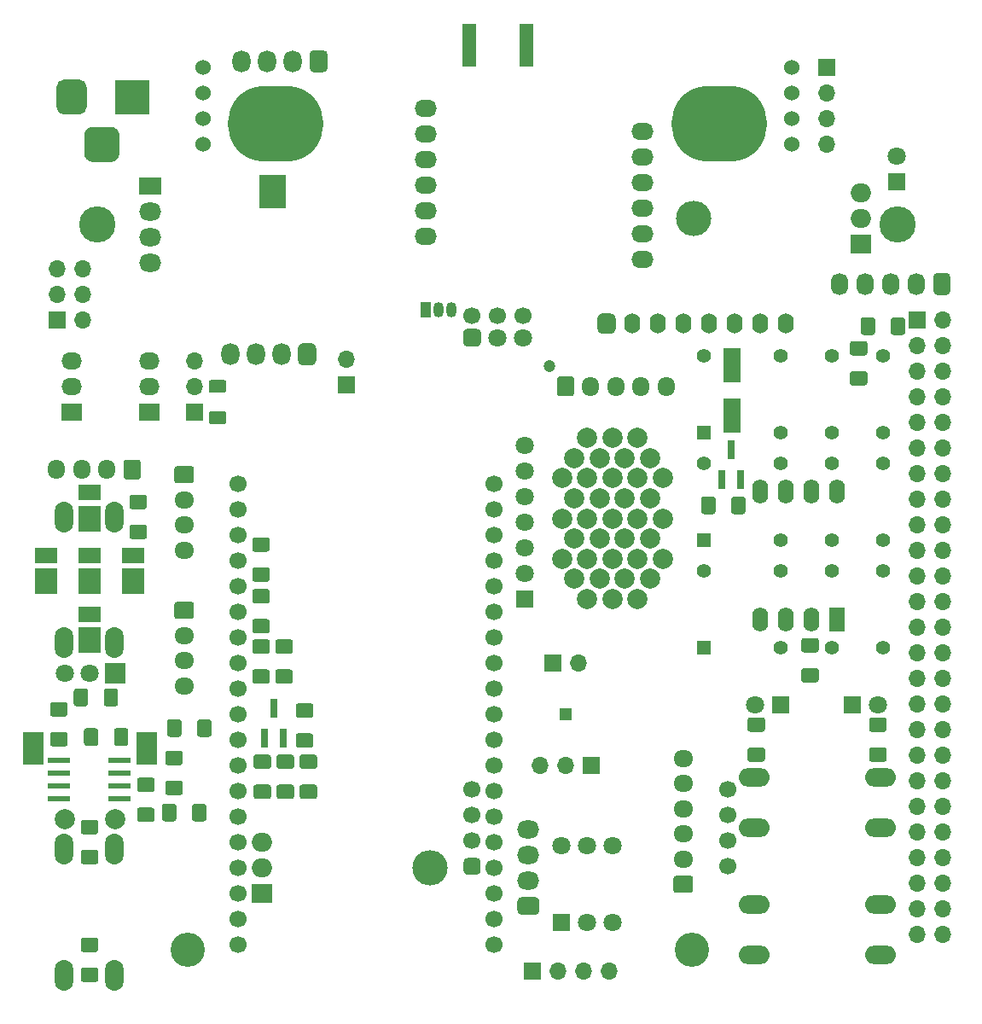
<source format=gbs>
G04 #@! TF.GenerationSoftware,KiCad,Pcbnew,(5.1.8)-1*
G04 #@! TF.CreationDate,2021-05-03T11:48:02+02:00*
G04 #@! TF.ProjectId,labAThome,6c616241-5468-46f6-9d65-2e6b69636164,rev?*
G04 #@! TF.SameCoordinates,Original*
G04 #@! TF.FileFunction,Soldermask,Bot*
G04 #@! TF.FilePolarity,Negative*
%FSLAX46Y46*%
G04 Gerber Fmt 4.6, Leading zero omitted, Abs format (unit mm)*
G04 Created by KiCad (PCBNEW (5.1.8)-1) date 2021-05-03 11:48:02*
%MOMM*%
%LPD*%
G01*
G04 APERTURE LIST*
%ADD10O,1.800000X2.200000*%
%ADD11R,1.050000X1.500000*%
%ADD12O,1.050000X1.500000*%
%ADD13R,1.230000X1.230000*%
%ADD14O,1.600000X2.000000*%
%ADD15O,1.700000X2.200000*%
%ADD16O,1.700000X1.700000*%
%ADD17R,1.700000X1.700000*%
%ADD18C,0.100000*%
%ADD19C,1.700000*%
%ADD20R,0.800000X1.900000*%
%ADD21O,2.030000X1.730000*%
%ADD22R,2.030000X1.730000*%
%ADD23R,1.800000X1.800000*%
%ADD24C,1.800000*%
%ADD25O,1.600000X2.400000*%
%ADD26R,1.600000X2.400000*%
%ADD27C,3.400000*%
%ADD28O,1.950000X1.700000*%
%ADD29R,2.200000X0.600000*%
%ADD30O,2.000000X1.905000*%
%ADD31R,2.000000X1.905000*%
%ADD32O,3.500000X3.500000*%
%ADD33R,2.200000X1.550000*%
%ADD34R,2.200000X2.500000*%
%ADD35O,2.200000X1.700000*%
%ADD36C,2.000000*%
%ADD37R,1.350000X4.200000*%
%ADD38C,1.524000*%
%ADD39R,1.800000X3.500000*%
%ADD40C,1.200000*%
%ADD41O,1.700000X1.950000*%
%ADD42O,2.200000X1.800000*%
%ADD43R,2.000000X2.000000*%
%ADD44R,2.000000X3.200000*%
%ADD45C,1.400000*%
%ADD46R,1.400000X1.400000*%
%ADD47O,3.048000X1.850000*%
%ADD48C,3.600000*%
%ADD49O,9.500000X7.500000*%
%ADD50O,1.850000X3.048000*%
%ADD51R,2.200000X1.800000*%
%ADD52R,3.500000X3.500000*%
G04 APERTURE END LIST*
D10*
X53467000Y-63373000D03*
X56007000Y-63373000D03*
X58547000Y-63373000D03*
G36*
G01*
X60637000Y-62273000D02*
X61537000Y-62273000D01*
G75*
G02*
X61987000Y-62723000I0J-450000D01*
G01*
X61987000Y-64023000D01*
G75*
G02*
X61537000Y-64473000I-450000J0D01*
G01*
X60637000Y-64473000D01*
G75*
G02*
X60187000Y-64023000I0J450000D01*
G01*
X60187000Y-62723000D01*
G75*
G02*
X60637000Y-62273000I450000J0D01*
G01*
G37*
D11*
X72898000Y-58928000D03*
D12*
X75438000Y-58928000D03*
X74168000Y-58928000D03*
D13*
X86741000Y-99060000D03*
D14*
X108585000Y-60325000D03*
X106045000Y-60325000D03*
X103505000Y-60325000D03*
X100965000Y-60325000D03*
X98425000Y-60325000D03*
X95885000Y-60325000D03*
X93345000Y-60325000D03*
G36*
G01*
X91255000Y-61325000D02*
X90355000Y-61325000D01*
G75*
G02*
X89905000Y-60875000I0J450000D01*
G01*
X89905000Y-59775000D01*
G75*
G02*
X90355000Y-59325000I450000J0D01*
G01*
X91255000Y-59325000D01*
G75*
G02*
X91705000Y-59775000I0J-450000D01*
G01*
X91705000Y-60875000D01*
G75*
G02*
X91255000Y-61325000I-450000J0D01*
G01*
G37*
D15*
X113919000Y-56388000D03*
X116459000Y-56388000D03*
X118999000Y-56388000D03*
X121539000Y-56388000D03*
G36*
G01*
X124504000Y-57488000D02*
X123654000Y-57488000D01*
G75*
G02*
X123229000Y-57063000I0J425000D01*
G01*
X123229000Y-55713000D01*
G75*
G02*
X123654000Y-55288000I425000J0D01*
G01*
X124504000Y-55288000D01*
G75*
G02*
X124929000Y-55713000I0J-425000D01*
G01*
X124929000Y-57063000D01*
G75*
G02*
X124504000Y-57488000I-425000J0D01*
G01*
G37*
D16*
X84201000Y-104140000D03*
X86741000Y-104140000D03*
D17*
X89281000Y-104140000D03*
D16*
X88011000Y-93980000D03*
D17*
X85471000Y-93980000D03*
D10*
X54610000Y-34290000D03*
X57150000Y-34290000D03*
X59690000Y-34290000D03*
G36*
G01*
X61780000Y-33190000D02*
X62680000Y-33190000D01*
G75*
G02*
X63130000Y-33640000I0J-450000D01*
G01*
X63130000Y-34940000D01*
G75*
G02*
X62680000Y-35390000I-450000J0D01*
G01*
X61780000Y-35390000D01*
G75*
G02*
X61330000Y-34940000I0J450000D01*
G01*
X61330000Y-33640000D01*
G75*
G02*
X61780000Y-33190000I450000J0D01*
G01*
G37*
D18*
G36*
X58958000Y-45594000D02*
G01*
X58958000Y-48894000D01*
X56358000Y-48894000D01*
X56358000Y-45594000D01*
X58958000Y-45594000D01*
G37*
G36*
G01*
X48120000Y-108214000D02*
X48120000Y-109464000D01*
G75*
G02*
X47870000Y-109714000I-250000J0D01*
G01*
X46945000Y-109714000D01*
G75*
G02*
X46695000Y-109464000I0J250000D01*
G01*
X46695000Y-108214000D01*
G75*
G02*
X46945000Y-107964000I250000J0D01*
G01*
X47870000Y-107964000D01*
G75*
G02*
X48120000Y-108214000I0J-250000D01*
G01*
G37*
G36*
G01*
X51095000Y-108214000D02*
X51095000Y-109464000D01*
G75*
G02*
X50845000Y-109714000I-250000J0D01*
G01*
X49920000Y-109714000D01*
G75*
G02*
X49670000Y-109464000I0J250000D01*
G01*
X49670000Y-108214000D01*
G75*
G02*
X49920000Y-107964000I250000J0D01*
G01*
X50845000Y-107964000D01*
G75*
G02*
X51095000Y-108214000I0J-250000D01*
G01*
G37*
D19*
X102870000Y-106553000D03*
X102870000Y-109093000D03*
X102870000Y-111633000D03*
X102870000Y-114173000D03*
G36*
G01*
X76620000Y-114598000D02*
X76620000Y-113748000D01*
G75*
G02*
X77045000Y-113323000I425000J0D01*
G01*
X77895000Y-113323000D01*
G75*
G02*
X78320000Y-113748000I0J-425000D01*
G01*
X78320000Y-114598000D01*
G75*
G02*
X77895000Y-115023000I-425000J0D01*
G01*
X77045000Y-115023000D01*
G75*
G02*
X76620000Y-114598000I0J425000D01*
G01*
G37*
X77470000Y-111633000D03*
X77470000Y-109093000D03*
X77470000Y-106553000D03*
G36*
G01*
X51571999Y-68998000D02*
X52822001Y-68998000D01*
G75*
G02*
X53072000Y-69247999I0J-249999D01*
G01*
X53072000Y-70048001D01*
G75*
G02*
X52822001Y-70298000I-249999J0D01*
G01*
X51571999Y-70298000D01*
G75*
G02*
X51322000Y-70048001I0J249999D01*
G01*
X51322000Y-69247999D01*
G75*
G02*
X51571999Y-68998000I249999J0D01*
G01*
G37*
G36*
G01*
X51571999Y-65898000D02*
X52822001Y-65898000D01*
G75*
G02*
X53072000Y-66147999I0J-249999D01*
G01*
X53072000Y-66948001D01*
G75*
G02*
X52822001Y-67198000I-249999J0D01*
G01*
X51571999Y-67198000D01*
G75*
G02*
X51322000Y-66948001I0J249999D01*
G01*
X51322000Y-66147999D01*
G75*
G02*
X51571999Y-65898000I249999J0D01*
G01*
G37*
D20*
X58735000Y-101449000D03*
X56835000Y-101449000D03*
X57785000Y-98449000D03*
D21*
X37719000Y-64008000D03*
X37719000Y-66548000D03*
D22*
X37719000Y-69088000D03*
D23*
X119634000Y-46228000D03*
D24*
X119634000Y-43688000D03*
D25*
X113665000Y-76962000D03*
X106045000Y-89662000D03*
X111125000Y-76962000D03*
X108585000Y-89662000D03*
X108585000Y-76962000D03*
X111125000Y-89662000D03*
X106045000Y-76962000D03*
D26*
X113665000Y-89662000D03*
G36*
G01*
X39357000Y-96784000D02*
X39357000Y-98034000D01*
G75*
G02*
X39107000Y-98284000I-250000J0D01*
G01*
X38182000Y-98284000D01*
G75*
G02*
X37932000Y-98034000I0J250000D01*
G01*
X37932000Y-96784000D01*
G75*
G02*
X38182000Y-96534000I250000J0D01*
G01*
X39107000Y-96534000D01*
G75*
G02*
X39357000Y-96784000I0J-250000D01*
G01*
G37*
G36*
G01*
X42332000Y-96784000D02*
X42332000Y-98034000D01*
G75*
G02*
X42082000Y-98284000I-250000J0D01*
G01*
X41157000Y-98284000D01*
G75*
G02*
X40907000Y-98034000I0J250000D01*
G01*
X40907000Y-96784000D01*
G75*
G02*
X41157000Y-96534000I250000J0D01*
G01*
X42082000Y-96534000D01*
G75*
G02*
X42332000Y-96784000I0J-250000D01*
G01*
G37*
G36*
G01*
X110373000Y-94501000D02*
X111623000Y-94501000D01*
G75*
G02*
X111873000Y-94751000I0J-250000D01*
G01*
X111873000Y-95676000D01*
G75*
G02*
X111623000Y-95926000I-250000J0D01*
G01*
X110373000Y-95926000D01*
G75*
G02*
X110123000Y-95676000I0J250000D01*
G01*
X110123000Y-94751000D01*
G75*
G02*
X110373000Y-94501000I250000J0D01*
G01*
G37*
G36*
G01*
X110373000Y-91526000D02*
X111623000Y-91526000D01*
G75*
G02*
X111873000Y-91776000I0J-250000D01*
G01*
X111873000Y-92701000D01*
G75*
G02*
X111623000Y-92951000I-250000J0D01*
G01*
X110373000Y-92951000D01*
G75*
G02*
X110123000Y-92701000I0J250000D01*
G01*
X110123000Y-91776000D01*
G75*
G02*
X110373000Y-91526000I250000J0D01*
G01*
G37*
D27*
X99276000Y-122482000D03*
X49276000Y-122482000D03*
G36*
G01*
X40122000Y-110985000D02*
X38872000Y-110985000D01*
G75*
G02*
X38622000Y-110735000I0J250000D01*
G01*
X38622000Y-109810000D01*
G75*
G02*
X38872000Y-109560000I250000J0D01*
G01*
X40122000Y-109560000D01*
G75*
G02*
X40372000Y-109810000I0J-250000D01*
G01*
X40372000Y-110735000D01*
G75*
G02*
X40122000Y-110985000I-250000J0D01*
G01*
G37*
G36*
G01*
X40122000Y-113960000D02*
X38872000Y-113960000D01*
G75*
G02*
X38622000Y-113710000I0J250000D01*
G01*
X38622000Y-112785000D01*
G75*
G02*
X38872000Y-112535000I250000J0D01*
G01*
X40122000Y-112535000D01*
G75*
G02*
X40372000Y-112785000I0J-250000D01*
G01*
X40372000Y-113710000D01*
G75*
G02*
X40122000Y-113960000I-250000J0D01*
G01*
G37*
D28*
X48895000Y-82811000D03*
X48895000Y-80311000D03*
X48895000Y-77811000D03*
G36*
G01*
X48170000Y-74461000D02*
X49620000Y-74461000D01*
G75*
G02*
X49870000Y-74711000I0J-250000D01*
G01*
X49870000Y-75911000D01*
G75*
G02*
X49620000Y-76161000I-250000J0D01*
G01*
X48170000Y-76161000D01*
G75*
G02*
X47920000Y-75911000I0J250000D01*
G01*
X47920000Y-74711000D01*
G75*
G02*
X48170000Y-74461000I250000J0D01*
G01*
G37*
X48895000Y-96273000D03*
X48895000Y-93773000D03*
X48895000Y-91273000D03*
G36*
G01*
X48170000Y-87923000D02*
X49620000Y-87923000D01*
G75*
G02*
X49870000Y-88173000I0J-250000D01*
G01*
X49870000Y-89373000D01*
G75*
G02*
X49620000Y-89623000I-250000J0D01*
G01*
X48170000Y-89623000D01*
G75*
G02*
X47920000Y-89373000I0J250000D01*
G01*
X47920000Y-88173000D01*
G75*
G02*
X48170000Y-87923000I250000J0D01*
G01*
G37*
G36*
G01*
X44460000Y-108344000D02*
X45710000Y-108344000D01*
G75*
G02*
X45960000Y-108594000I0J-250000D01*
G01*
X45960000Y-109519000D01*
G75*
G02*
X45710000Y-109769000I-250000J0D01*
G01*
X44460000Y-109769000D01*
G75*
G02*
X44210000Y-109519000I0J250000D01*
G01*
X44210000Y-108594000D01*
G75*
G02*
X44460000Y-108344000I250000J0D01*
G01*
G37*
G36*
G01*
X44460000Y-105369000D02*
X45710000Y-105369000D01*
G75*
G02*
X45960000Y-105619000I0J-250000D01*
G01*
X45960000Y-106544000D01*
G75*
G02*
X45710000Y-106794000I-250000J0D01*
G01*
X44460000Y-106794000D01*
G75*
G02*
X44210000Y-106544000I0J250000D01*
G01*
X44210000Y-105619000D01*
G75*
G02*
X44460000Y-105369000I250000J0D01*
G01*
G37*
G36*
G01*
X43698000Y-80277000D02*
X44948000Y-80277000D01*
G75*
G02*
X45198000Y-80527000I0J-250000D01*
G01*
X45198000Y-81452000D01*
G75*
G02*
X44948000Y-81702000I-250000J0D01*
G01*
X43698000Y-81702000D01*
G75*
G02*
X43448000Y-81452000I0J250000D01*
G01*
X43448000Y-80527000D01*
G75*
G02*
X43698000Y-80277000I250000J0D01*
G01*
G37*
G36*
G01*
X43698000Y-77302000D02*
X44948000Y-77302000D01*
G75*
G02*
X45198000Y-77552000I0J-250000D01*
G01*
X45198000Y-78477000D01*
G75*
G02*
X44948000Y-78727000I-250000J0D01*
G01*
X43698000Y-78727000D01*
G75*
G02*
X43448000Y-78477000I0J250000D01*
G01*
X43448000Y-77552000D01*
G75*
G02*
X43698000Y-77302000I250000J0D01*
G01*
G37*
D29*
X36449000Y-103632000D03*
X36449000Y-104902000D03*
X36449000Y-106172000D03*
X36449000Y-107442000D03*
X42449000Y-107442000D03*
X42449000Y-106172000D03*
X42449000Y-104902000D03*
X42449000Y-103632000D03*
G36*
G01*
X59553000Y-104508000D02*
X58303000Y-104508000D01*
G75*
G02*
X58053000Y-104258000I0J250000D01*
G01*
X58053000Y-103333000D01*
G75*
G02*
X58303000Y-103083000I250000J0D01*
G01*
X59553000Y-103083000D01*
G75*
G02*
X59803000Y-103333000I0J-250000D01*
G01*
X59803000Y-104258000D01*
G75*
G02*
X59553000Y-104508000I-250000J0D01*
G01*
G37*
G36*
G01*
X59553000Y-107483000D02*
X58303000Y-107483000D01*
G75*
G02*
X58053000Y-107233000I0J250000D01*
G01*
X58053000Y-106308000D01*
G75*
G02*
X58303000Y-106058000I250000J0D01*
G01*
X59553000Y-106058000D01*
G75*
G02*
X59803000Y-106308000I0J-250000D01*
G01*
X59803000Y-107233000D01*
G75*
G02*
X59553000Y-107483000I-250000J0D01*
G01*
G37*
G36*
G01*
X61839000Y-104508000D02*
X60589000Y-104508000D01*
G75*
G02*
X60339000Y-104258000I0J250000D01*
G01*
X60339000Y-103333000D01*
G75*
G02*
X60589000Y-103083000I250000J0D01*
G01*
X61839000Y-103083000D01*
G75*
G02*
X62089000Y-103333000I0J-250000D01*
G01*
X62089000Y-104258000D01*
G75*
G02*
X61839000Y-104508000I-250000J0D01*
G01*
G37*
G36*
G01*
X61839000Y-107483000D02*
X60589000Y-107483000D01*
G75*
G02*
X60339000Y-107233000I0J250000D01*
G01*
X60339000Y-106308000D01*
G75*
G02*
X60589000Y-106058000I250000J0D01*
G01*
X61839000Y-106058000D01*
G75*
G02*
X62089000Y-106308000I0J-250000D01*
G01*
X62089000Y-107233000D01*
G75*
G02*
X61839000Y-107483000I-250000J0D01*
G01*
G37*
G36*
G01*
X48504000Y-104127000D02*
X47254000Y-104127000D01*
G75*
G02*
X47004000Y-103877000I0J250000D01*
G01*
X47004000Y-102952000D01*
G75*
G02*
X47254000Y-102702000I250000J0D01*
G01*
X48504000Y-102702000D01*
G75*
G02*
X48754000Y-102952000I0J-250000D01*
G01*
X48754000Y-103877000D01*
G75*
G02*
X48504000Y-104127000I-250000J0D01*
G01*
G37*
G36*
G01*
X48504000Y-107102000D02*
X47254000Y-107102000D01*
G75*
G02*
X47004000Y-106852000I0J250000D01*
G01*
X47004000Y-105927000D01*
G75*
G02*
X47254000Y-105677000I250000J0D01*
G01*
X48504000Y-105677000D01*
G75*
G02*
X48754000Y-105927000I0J-250000D01*
G01*
X48754000Y-106852000D01*
G75*
G02*
X48504000Y-107102000I-250000J0D01*
G01*
G37*
D30*
X56642000Y-111760000D03*
X56642000Y-114300000D03*
D31*
X56642000Y-116840000D03*
D32*
X73302000Y-114300000D03*
D33*
X39497000Y-89153000D03*
D34*
X39497000Y-91728000D03*
D33*
X35179000Y-83312000D03*
D34*
X35179000Y-85887000D03*
D33*
X39497000Y-83312000D03*
D34*
X39497000Y-85887000D03*
D33*
X43815000Y-83312000D03*
D34*
X43815000Y-85887000D03*
D33*
X39497000Y-77089000D03*
D34*
X39497000Y-79664000D03*
G36*
G01*
X37074000Y-99301000D02*
X35824000Y-99301000D01*
G75*
G02*
X35574000Y-99051000I0J250000D01*
G01*
X35574000Y-98126000D01*
G75*
G02*
X35824000Y-97876000I250000J0D01*
G01*
X37074000Y-97876000D01*
G75*
G02*
X37324000Y-98126000I0J-250000D01*
G01*
X37324000Y-99051000D01*
G75*
G02*
X37074000Y-99301000I-250000J0D01*
G01*
G37*
G36*
G01*
X37074000Y-102276000D02*
X35824000Y-102276000D01*
G75*
G02*
X35574000Y-102026000I0J250000D01*
G01*
X35574000Y-101101000D01*
G75*
G02*
X35824000Y-100851000I250000J0D01*
G01*
X37074000Y-100851000D01*
G75*
G02*
X37324000Y-101101000I0J-250000D01*
G01*
X37324000Y-102026000D01*
G75*
G02*
X37074000Y-102276000I-250000J0D01*
G01*
G37*
G36*
G01*
X40373000Y-100721000D02*
X40373000Y-101971000D01*
G75*
G02*
X40123000Y-102221000I-250000J0D01*
G01*
X39198000Y-102221000D01*
G75*
G02*
X38948000Y-101971000I0J250000D01*
G01*
X38948000Y-100721000D01*
G75*
G02*
X39198000Y-100471000I250000J0D01*
G01*
X40123000Y-100471000D01*
G75*
G02*
X40373000Y-100721000I0J-250000D01*
G01*
G37*
G36*
G01*
X43348000Y-100721000D02*
X43348000Y-101971000D01*
G75*
G02*
X43098000Y-102221000I-250000J0D01*
G01*
X42173000Y-102221000D01*
G75*
G02*
X41923000Y-101971000I0J250000D01*
G01*
X41923000Y-100721000D01*
G75*
G02*
X42173000Y-100471000I250000J0D01*
G01*
X43098000Y-100471000D01*
G75*
G02*
X43348000Y-100721000I0J-250000D01*
G01*
G37*
D35*
X94398000Y-53989000D03*
X94398000Y-51449000D03*
X94398000Y-48909000D03*
X94398000Y-46369000D03*
X94398000Y-43829000D03*
X72898000Y-51689000D03*
X72898000Y-49149000D03*
X72898000Y-46609000D03*
X72898000Y-44069000D03*
X72898000Y-41529000D03*
X94398000Y-41289000D03*
X72898000Y-38989000D03*
D24*
X82677000Y-72390000D03*
X82677000Y-74930000D03*
X82677000Y-77470000D03*
X82677000Y-80010000D03*
X82677000Y-82550000D03*
X82677000Y-85090000D03*
D23*
X82677000Y-87630000D03*
D16*
X38862000Y-54864000D03*
X36322000Y-54864000D03*
X38862000Y-57404000D03*
X36322000Y-57404000D03*
X38862000Y-59944000D03*
D17*
X36322000Y-59944000D03*
D36*
X88873000Y-87660000D03*
X91373000Y-87660000D03*
X93873000Y-87660000D03*
X95123000Y-85660000D03*
X92623000Y-85660000D03*
X90123000Y-85660000D03*
X87623000Y-85660000D03*
X86373000Y-83660000D03*
X88873000Y-83660000D03*
X91373000Y-83660000D03*
X93873000Y-83660000D03*
X96373000Y-83660000D03*
X95123000Y-81660000D03*
X92623000Y-81660000D03*
X90123000Y-81660000D03*
X87623000Y-81660000D03*
X93873000Y-71660000D03*
X91373000Y-71660000D03*
X88873000Y-71660000D03*
X95123000Y-73660000D03*
X92623000Y-73660000D03*
X90123000Y-73660000D03*
X87623000Y-73660000D03*
X96373000Y-75660000D03*
X93873000Y-75660000D03*
X91373000Y-75660000D03*
X88873000Y-75660000D03*
X86373000Y-75660000D03*
X95123000Y-77660000D03*
X92623000Y-77660000D03*
X90123000Y-77660000D03*
X87623000Y-77660000D03*
X96373000Y-79660000D03*
X93873000Y-79660000D03*
X91373000Y-79660000D03*
X88873000Y-79660000D03*
X86373000Y-79660000D03*
D28*
X98425000Y-103451000D03*
X98425000Y-105951000D03*
X98425000Y-108451000D03*
X98425000Y-110951000D03*
X98425000Y-113451000D03*
G36*
G01*
X99150000Y-116801000D02*
X97700000Y-116801000D01*
G75*
G02*
X97450000Y-116551000I0J250000D01*
G01*
X97450000Y-115351000D01*
G75*
G02*
X97700000Y-115101000I250000J0D01*
G01*
X99150000Y-115101000D01*
G75*
G02*
X99400000Y-115351000I0J-250000D01*
G01*
X99400000Y-116551000D01*
G75*
G02*
X99150000Y-116801000I-250000J0D01*
G01*
G37*
D19*
X79629000Y-76200000D03*
X79629000Y-78740000D03*
X79629000Y-81280000D03*
X79629000Y-83820000D03*
X79629000Y-86360000D03*
X79629000Y-88900000D03*
X79629000Y-91440000D03*
X79629000Y-93980000D03*
X79629000Y-96520000D03*
X79629000Y-99060000D03*
X79629000Y-101600000D03*
X79629000Y-104140000D03*
X79629000Y-106680000D03*
X79629000Y-109220000D03*
X79629000Y-111760000D03*
X79629000Y-114300000D03*
X79629000Y-116840000D03*
X79629000Y-119380000D03*
X79629000Y-121920000D03*
X54229000Y-121920000D03*
X54229000Y-119380000D03*
X54229000Y-116840000D03*
X54229000Y-114300000D03*
X54229000Y-111760000D03*
X54229000Y-109220000D03*
X54229000Y-106680000D03*
X54229000Y-104140000D03*
X54229000Y-101600000D03*
X54229000Y-99060000D03*
X54229000Y-96520000D03*
X54229000Y-93980000D03*
X54229000Y-91440000D03*
X54229000Y-88900000D03*
X54229000Y-86360000D03*
X54229000Y-83820000D03*
X54229000Y-81280000D03*
X54229000Y-78740000D03*
X54229000Y-76200000D03*
D37*
X77175000Y-32700000D03*
X82825000Y-32700000D03*
G36*
G01*
X58176000Y-94628000D02*
X59426000Y-94628000D01*
G75*
G02*
X59676000Y-94878000I0J-250000D01*
G01*
X59676000Y-95803000D01*
G75*
G02*
X59426000Y-96053000I-250000J0D01*
G01*
X58176000Y-96053000D01*
G75*
G02*
X57926000Y-95803000I0J250000D01*
G01*
X57926000Y-94878000D01*
G75*
G02*
X58176000Y-94628000I250000J0D01*
G01*
G37*
G36*
G01*
X58176000Y-91653000D02*
X59426000Y-91653000D01*
G75*
G02*
X59676000Y-91903000I0J-250000D01*
G01*
X59676000Y-92828000D01*
G75*
G02*
X59426000Y-93078000I-250000J0D01*
G01*
X58176000Y-93078000D01*
G75*
G02*
X57926000Y-92828000I0J250000D01*
G01*
X57926000Y-91903000D01*
G75*
G02*
X58176000Y-91653000I250000J0D01*
G01*
G37*
D16*
X112649000Y-42545000D03*
X112649000Y-40005000D03*
X112649000Y-37465000D03*
D17*
X112649000Y-34925000D03*
D38*
X109220000Y-42545000D03*
X109220000Y-40005000D03*
X109220000Y-37465000D03*
X109220000Y-34925000D03*
X50800000Y-42545000D03*
X50800000Y-40005000D03*
X50800000Y-37465000D03*
X50800000Y-34925000D03*
G36*
G01*
X61458000Y-99428000D02*
X60208000Y-99428000D01*
G75*
G02*
X59958000Y-99178000I0J250000D01*
G01*
X59958000Y-98253000D01*
G75*
G02*
X60208000Y-98003000I250000J0D01*
G01*
X61458000Y-98003000D01*
G75*
G02*
X61708000Y-98253000I0J-250000D01*
G01*
X61708000Y-99178000D01*
G75*
G02*
X61458000Y-99428000I-250000J0D01*
G01*
G37*
G36*
G01*
X61458000Y-102403000D02*
X60208000Y-102403000D01*
G75*
G02*
X59958000Y-102153000I0J250000D01*
G01*
X59958000Y-101228000D01*
G75*
G02*
X60208000Y-100978000I250000J0D01*
G01*
X61458000Y-100978000D01*
G75*
G02*
X61708000Y-101228000I0J-250000D01*
G01*
X61708000Y-102153000D01*
G75*
G02*
X61458000Y-102403000I-250000J0D01*
G01*
G37*
D20*
X103185000Y-72819000D03*
X102235000Y-75819000D03*
X104135000Y-75819000D03*
D39*
X103251000Y-69429000D03*
X103251000Y-64429000D03*
G36*
G01*
X116449000Y-63487000D02*
X115199000Y-63487000D01*
G75*
G02*
X114949000Y-63237000I0J250000D01*
G01*
X114949000Y-62312000D01*
G75*
G02*
X115199000Y-62062000I250000J0D01*
G01*
X116449000Y-62062000D01*
G75*
G02*
X116699000Y-62312000I0J-250000D01*
G01*
X116699000Y-63237000D01*
G75*
G02*
X116449000Y-63487000I-250000J0D01*
G01*
G37*
G36*
G01*
X116449000Y-66462000D02*
X115199000Y-66462000D01*
G75*
G02*
X114949000Y-66212000I0J250000D01*
G01*
X114949000Y-65287000D01*
G75*
G02*
X115199000Y-65037000I250000J0D01*
G01*
X116449000Y-65037000D01*
G75*
G02*
X116699000Y-65287000I0J-250000D01*
G01*
X116699000Y-66212000D01*
G75*
G02*
X116449000Y-66462000I-250000J0D01*
G01*
G37*
G36*
G01*
X119012000Y-61204000D02*
X119012000Y-59954000D01*
G75*
G02*
X119262000Y-59704000I250000J0D01*
G01*
X120187000Y-59704000D01*
G75*
G02*
X120437000Y-59954000I0J-250000D01*
G01*
X120437000Y-61204000D01*
G75*
G02*
X120187000Y-61454000I-250000J0D01*
G01*
X119262000Y-61454000D01*
G75*
G02*
X119012000Y-61204000I0J250000D01*
G01*
G37*
G36*
G01*
X116037000Y-61204000D02*
X116037000Y-59954000D01*
G75*
G02*
X116287000Y-59704000I250000J0D01*
G01*
X117212000Y-59704000D01*
G75*
G02*
X117462000Y-59954000I0J-250000D01*
G01*
X117462000Y-61204000D01*
G75*
G02*
X117212000Y-61454000I-250000J0D01*
G01*
X116287000Y-61454000D01*
G75*
G02*
X116037000Y-61204000I0J250000D01*
G01*
G37*
G36*
G01*
X40122000Y-122669000D02*
X38872000Y-122669000D01*
G75*
G02*
X38622000Y-122419000I0J250000D01*
G01*
X38622000Y-121494000D01*
G75*
G02*
X38872000Y-121244000I250000J0D01*
G01*
X40122000Y-121244000D01*
G75*
G02*
X40372000Y-121494000I0J-250000D01*
G01*
X40372000Y-122419000D01*
G75*
G02*
X40122000Y-122669000I-250000J0D01*
G01*
G37*
G36*
G01*
X40122000Y-125644000D02*
X38872000Y-125644000D01*
G75*
G02*
X38622000Y-125394000I0J250000D01*
G01*
X38622000Y-124469000D01*
G75*
G02*
X38872000Y-124219000I250000J0D01*
G01*
X40122000Y-124219000D01*
G75*
G02*
X40372000Y-124469000I0J-250000D01*
G01*
X40372000Y-125394000D01*
G75*
G02*
X40122000Y-125644000I-250000J0D01*
G01*
G37*
G36*
G01*
X57267000Y-104508000D02*
X56017000Y-104508000D01*
G75*
G02*
X55767000Y-104258000I0J250000D01*
G01*
X55767000Y-103333000D01*
G75*
G02*
X56017000Y-103083000I250000J0D01*
G01*
X57267000Y-103083000D01*
G75*
G02*
X57517000Y-103333000I0J-250000D01*
G01*
X57517000Y-104258000D01*
G75*
G02*
X57267000Y-104508000I-250000J0D01*
G01*
G37*
G36*
G01*
X57267000Y-107483000D02*
X56017000Y-107483000D01*
G75*
G02*
X55767000Y-107233000I0J250000D01*
G01*
X55767000Y-106308000D01*
G75*
G02*
X56017000Y-106058000I250000J0D01*
G01*
X57267000Y-106058000D01*
G75*
G02*
X57517000Y-106308000I0J-250000D01*
G01*
X57517000Y-107233000D01*
G75*
G02*
X57267000Y-107483000I-250000J0D01*
G01*
G37*
G36*
G01*
X106289000Y-100825000D02*
X105039000Y-100825000D01*
G75*
G02*
X104789000Y-100575000I0J250000D01*
G01*
X104789000Y-99650000D01*
G75*
G02*
X105039000Y-99400000I250000J0D01*
G01*
X106289000Y-99400000D01*
G75*
G02*
X106539000Y-99650000I0J-250000D01*
G01*
X106539000Y-100575000D01*
G75*
G02*
X106289000Y-100825000I-250000J0D01*
G01*
G37*
G36*
G01*
X106289000Y-103800000D02*
X105039000Y-103800000D01*
G75*
G02*
X104789000Y-103550000I0J250000D01*
G01*
X104789000Y-102625000D01*
G75*
G02*
X105039000Y-102375000I250000J0D01*
G01*
X106289000Y-102375000D01*
G75*
G02*
X106539000Y-102625000I0J-250000D01*
G01*
X106539000Y-103550000D01*
G75*
G02*
X106289000Y-103800000I-250000J0D01*
G01*
G37*
G36*
G01*
X118354000Y-100825000D02*
X117104000Y-100825000D01*
G75*
G02*
X116854000Y-100575000I0J250000D01*
G01*
X116854000Y-99650000D01*
G75*
G02*
X117104000Y-99400000I250000J0D01*
G01*
X118354000Y-99400000D01*
G75*
G02*
X118604000Y-99650000I0J-250000D01*
G01*
X118604000Y-100575000D01*
G75*
G02*
X118354000Y-100825000I-250000J0D01*
G01*
G37*
G36*
G01*
X118354000Y-103800000D02*
X117104000Y-103800000D01*
G75*
G02*
X116854000Y-103550000I0J250000D01*
G01*
X116854000Y-102625000D01*
G75*
G02*
X117104000Y-102375000I250000J0D01*
G01*
X118354000Y-102375000D01*
G75*
G02*
X118604000Y-102625000I0J-250000D01*
G01*
X118604000Y-103550000D01*
G75*
G02*
X118354000Y-103800000I-250000J0D01*
G01*
G37*
G36*
G01*
X103173500Y-78984000D02*
X103173500Y-77734000D01*
G75*
G02*
X103423500Y-77484000I250000J0D01*
G01*
X104348500Y-77484000D01*
G75*
G02*
X104598500Y-77734000I0J-250000D01*
G01*
X104598500Y-78984000D01*
G75*
G02*
X104348500Y-79234000I-250000J0D01*
G01*
X103423500Y-79234000D01*
G75*
G02*
X103173500Y-78984000I0J250000D01*
G01*
G37*
G36*
G01*
X100198500Y-78984000D02*
X100198500Y-77734000D01*
G75*
G02*
X100448500Y-77484000I250000J0D01*
G01*
X101373500Y-77484000D01*
G75*
G02*
X101623500Y-77734000I0J-250000D01*
G01*
X101623500Y-78984000D01*
G75*
G02*
X101373500Y-79234000I-250000J0D01*
G01*
X100448500Y-79234000D01*
G75*
G02*
X100198500Y-78984000I0J250000D01*
G01*
G37*
G36*
G01*
X57140000Y-88088500D02*
X55890000Y-88088500D01*
G75*
G02*
X55640000Y-87838500I0J250000D01*
G01*
X55640000Y-86913500D01*
G75*
G02*
X55890000Y-86663500I250000J0D01*
G01*
X57140000Y-86663500D01*
G75*
G02*
X57390000Y-86913500I0J-250000D01*
G01*
X57390000Y-87838500D01*
G75*
G02*
X57140000Y-88088500I-250000J0D01*
G01*
G37*
G36*
G01*
X57140000Y-91063500D02*
X55890000Y-91063500D01*
G75*
G02*
X55640000Y-90813500I0J250000D01*
G01*
X55640000Y-89888500D01*
G75*
G02*
X55890000Y-89638500I250000J0D01*
G01*
X57140000Y-89638500D01*
G75*
G02*
X57390000Y-89888500I0J-250000D01*
G01*
X57390000Y-90813500D01*
G75*
G02*
X57140000Y-91063500I-250000J0D01*
G01*
G37*
G36*
G01*
X48628000Y-99832000D02*
X48628000Y-101082000D01*
G75*
G02*
X48378000Y-101332000I-250000J0D01*
G01*
X47453000Y-101332000D01*
G75*
G02*
X47203000Y-101082000I0J250000D01*
G01*
X47203000Y-99832000D01*
G75*
G02*
X47453000Y-99582000I250000J0D01*
G01*
X48378000Y-99582000D01*
G75*
G02*
X48628000Y-99832000I0J-250000D01*
G01*
G37*
G36*
G01*
X51603000Y-99832000D02*
X51603000Y-101082000D01*
G75*
G02*
X51353000Y-101332000I-250000J0D01*
G01*
X50428000Y-101332000D01*
G75*
G02*
X50178000Y-101082000I0J250000D01*
G01*
X50178000Y-99832000D01*
G75*
G02*
X50428000Y-99582000I250000J0D01*
G01*
X51353000Y-99582000D01*
G75*
G02*
X51603000Y-99832000I0J-250000D01*
G01*
G37*
G36*
G01*
X55890000Y-94628000D02*
X57140000Y-94628000D01*
G75*
G02*
X57390000Y-94878000I0J-250000D01*
G01*
X57390000Y-95803000D01*
G75*
G02*
X57140000Y-96053000I-250000J0D01*
G01*
X55890000Y-96053000D01*
G75*
G02*
X55640000Y-95803000I0J250000D01*
G01*
X55640000Y-94878000D01*
G75*
G02*
X55890000Y-94628000I250000J0D01*
G01*
G37*
G36*
G01*
X55890000Y-91653000D02*
X57140000Y-91653000D01*
G75*
G02*
X57390000Y-91903000I0J-250000D01*
G01*
X57390000Y-92828000D01*
G75*
G02*
X57140000Y-93078000I-250000J0D01*
G01*
X55890000Y-93078000D01*
G75*
G02*
X55640000Y-92828000I0J250000D01*
G01*
X55640000Y-91903000D01*
G75*
G02*
X55890000Y-91653000I250000J0D01*
G01*
G37*
G36*
G01*
X57140000Y-82954500D02*
X55890000Y-82954500D01*
G75*
G02*
X55640000Y-82704500I0J250000D01*
G01*
X55640000Y-81779500D01*
G75*
G02*
X55890000Y-81529500I250000J0D01*
G01*
X57140000Y-81529500D01*
G75*
G02*
X57390000Y-81779500I0J-250000D01*
G01*
X57390000Y-82704500D01*
G75*
G02*
X57140000Y-82954500I-250000J0D01*
G01*
G37*
G36*
G01*
X57140000Y-85929500D02*
X55890000Y-85929500D01*
G75*
G02*
X55640000Y-85679500I0J250000D01*
G01*
X55640000Y-84754500D01*
G75*
G02*
X55890000Y-84504500I250000J0D01*
G01*
X57140000Y-84504500D01*
G75*
G02*
X57390000Y-84754500I0J-250000D01*
G01*
X57390000Y-85679500D01*
G75*
G02*
X57140000Y-85929500I-250000J0D01*
G01*
G37*
D24*
X82540000Y-61722000D03*
G36*
G01*
X76560000Y-62172000D02*
X76560000Y-61272000D01*
G75*
G02*
X77010000Y-60822000I450000J0D01*
G01*
X77910000Y-60822000D01*
G75*
G02*
X78360000Y-61272000I0J-450000D01*
G01*
X78360000Y-62172000D01*
G75*
G02*
X77910000Y-62622000I-450000J0D01*
G01*
X77010000Y-62622000D01*
G75*
G02*
X76560000Y-62172000I0J450000D01*
G01*
G37*
X80000000Y-61722000D03*
D40*
X85141000Y-64548000D03*
D41*
X96741000Y-66548000D03*
X94241000Y-66548000D03*
X91741000Y-66548000D03*
X89241000Y-66548000D03*
G36*
G01*
X85891000Y-67273000D02*
X85891000Y-65823000D01*
G75*
G02*
X86141000Y-65573000I250000J0D01*
G01*
X87341000Y-65573000D01*
G75*
G02*
X87591000Y-65823000I0J-250000D01*
G01*
X87591000Y-67273000D01*
G75*
G02*
X87341000Y-67523000I-250000J0D01*
G01*
X86141000Y-67523000D01*
G75*
G02*
X85891000Y-67273000I0J250000D01*
G01*
G37*
D42*
X83058000Y-110490000D03*
X83058000Y-113030000D03*
X83058000Y-115570000D03*
G36*
G01*
X81958000Y-118560000D02*
X81958000Y-117660000D01*
G75*
G02*
X82408000Y-117210000I450000J0D01*
G01*
X83708000Y-117210000D01*
G75*
G02*
X84158000Y-117660000I0J-450000D01*
G01*
X84158000Y-118560000D01*
G75*
G02*
X83708000Y-119010000I-450000J0D01*
G01*
X82408000Y-119010000D01*
G75*
G02*
X81958000Y-118560000I0J450000D01*
G01*
G37*
D24*
X86360000Y-112141000D03*
X88900000Y-112141000D03*
X91440000Y-112141000D03*
X91440000Y-119761000D03*
X88900000Y-119761000D03*
D23*
X86360000Y-119761000D03*
D41*
X36235000Y-74803000D03*
X38735000Y-74803000D03*
X41235000Y-74803000D03*
G36*
G01*
X44585000Y-74078000D02*
X44585000Y-75528000D01*
G75*
G02*
X44335000Y-75778000I-250000J0D01*
G01*
X43135000Y-75778000D01*
G75*
G02*
X42885000Y-75528000I0J250000D01*
G01*
X42885000Y-74078000D01*
G75*
G02*
X43135000Y-73828000I250000J0D01*
G01*
X44335000Y-73828000D01*
G75*
G02*
X44585000Y-74078000I0J-250000D01*
G01*
G37*
D43*
X42037000Y-94996000D03*
D24*
X39537000Y-94996000D03*
X37037000Y-94996000D03*
D44*
X45137000Y-102496000D03*
X33937000Y-102496000D03*
D36*
X42037000Y-109496000D03*
X37037000Y-109496000D03*
D19*
X82540000Y-59563000D03*
X80000000Y-59563000D03*
X77460000Y-59563000D03*
D21*
X45466000Y-64008000D03*
X45466000Y-66548000D03*
D22*
X45466000Y-69088000D03*
D16*
X49911000Y-64008000D03*
X49911000Y-66548000D03*
D17*
X49911000Y-69088000D03*
D30*
X116078000Y-47371000D03*
X116078000Y-49911000D03*
D31*
X116078000Y-52451000D03*
D32*
X99418000Y-49911000D03*
D16*
X91059000Y-124587000D03*
X88519000Y-124587000D03*
X85979000Y-124587000D03*
D17*
X83439000Y-124587000D03*
D16*
X124206000Y-120904000D03*
X121666000Y-120904000D03*
X124206000Y-118364000D03*
X121666000Y-118364000D03*
X124206000Y-115824000D03*
X121666000Y-115824000D03*
X124206000Y-113284000D03*
X121666000Y-113284000D03*
X124206000Y-110744000D03*
X121666000Y-110744000D03*
X124206000Y-108204000D03*
X121666000Y-108204000D03*
X124206000Y-105664000D03*
X121666000Y-105664000D03*
X124206000Y-103124000D03*
X121666000Y-103124000D03*
X124206000Y-100584000D03*
X121666000Y-100584000D03*
X124206000Y-98044000D03*
X121666000Y-98044000D03*
X124206000Y-95504000D03*
X121666000Y-95504000D03*
X124206000Y-92964000D03*
X121666000Y-92964000D03*
X124206000Y-90424000D03*
X121666000Y-90424000D03*
X124206000Y-87884000D03*
X121666000Y-87884000D03*
X124206000Y-85344000D03*
X121666000Y-85344000D03*
X124206000Y-82804000D03*
X121666000Y-82804000D03*
X124206000Y-80264000D03*
X121666000Y-80264000D03*
X124206000Y-77724000D03*
X121666000Y-77724000D03*
X124206000Y-75184000D03*
X121666000Y-75184000D03*
X124206000Y-72644000D03*
X121666000Y-72644000D03*
X124206000Y-70104000D03*
X121666000Y-70104000D03*
X124206000Y-67564000D03*
X121666000Y-67564000D03*
X124206000Y-65024000D03*
X121666000Y-65024000D03*
X124206000Y-62484000D03*
X121666000Y-62484000D03*
X124206000Y-59944000D03*
D17*
X121666000Y-59944000D03*
D45*
X108077000Y-74168000D03*
X118237000Y-74168000D03*
X113157000Y-74168000D03*
X108077000Y-81788000D03*
X118237000Y-81788000D03*
X113157000Y-81788000D03*
X100457000Y-74168000D03*
D46*
X100457000Y-81788000D03*
D47*
X117983000Y-117936000D03*
X117983000Y-122936000D03*
X105483000Y-117936000D03*
X105483000Y-122936000D03*
D48*
X119700000Y-50500000D03*
X40300000Y-50500000D03*
D49*
X58000000Y-40500000D03*
X102000000Y-40500000D03*
D47*
X117983000Y-105363000D03*
X117983000Y-110363000D03*
X105483000Y-105363000D03*
X105483000Y-110363000D03*
D50*
X37000000Y-112500000D03*
X42000000Y-112500000D03*
X37000000Y-125000000D03*
X42000000Y-125000000D03*
X37000000Y-79502000D03*
X42000000Y-79502000D03*
X37000000Y-92002000D03*
X42000000Y-92002000D03*
D42*
X45500000Y-54310000D03*
X45500000Y-51770000D03*
X45500000Y-49230000D03*
D51*
X45500000Y-46690000D03*
G36*
G01*
X38969000Y-43421000D02*
X38969000Y-41671000D01*
G75*
G02*
X39844000Y-40796000I875000J0D01*
G01*
X41594000Y-40796000D01*
G75*
G02*
X42469000Y-41671000I0J-875000D01*
G01*
X42469000Y-43421000D01*
G75*
G02*
X41594000Y-44296000I-875000J0D01*
G01*
X39844000Y-44296000D01*
G75*
G02*
X38969000Y-43421000I0J875000D01*
G01*
G37*
G36*
G01*
X36219000Y-38846000D02*
X36219000Y-36846000D01*
G75*
G02*
X36969000Y-36096000I750000J0D01*
G01*
X38469000Y-36096000D01*
G75*
G02*
X39219000Y-36846000I0J-750000D01*
G01*
X39219000Y-38846000D01*
G75*
G02*
X38469000Y-39596000I-750000J0D01*
G01*
X36969000Y-39596000D01*
G75*
G02*
X36219000Y-38846000I0J750000D01*
G01*
G37*
D52*
X43719000Y-37846000D03*
D45*
X108077000Y-63500000D03*
X118237000Y-63500000D03*
X113157000Y-63500000D03*
X108077000Y-71120000D03*
X118237000Y-71120000D03*
X113157000Y-71120000D03*
X100457000Y-63500000D03*
D46*
X100457000Y-71120000D03*
D16*
X65024000Y-63881000D03*
D17*
X65024000Y-66421000D03*
D45*
X108077000Y-84836000D03*
X118237000Y-84836000D03*
X113157000Y-84836000D03*
X108077000Y-92456000D03*
X118237000Y-92456000D03*
X113157000Y-92456000D03*
X100457000Y-84836000D03*
D46*
X100457000Y-92456000D03*
D24*
X105537000Y-98171000D03*
D23*
X108077000Y-98171000D03*
D24*
X117729000Y-98171000D03*
D23*
X115189000Y-98171000D03*
M02*

</source>
